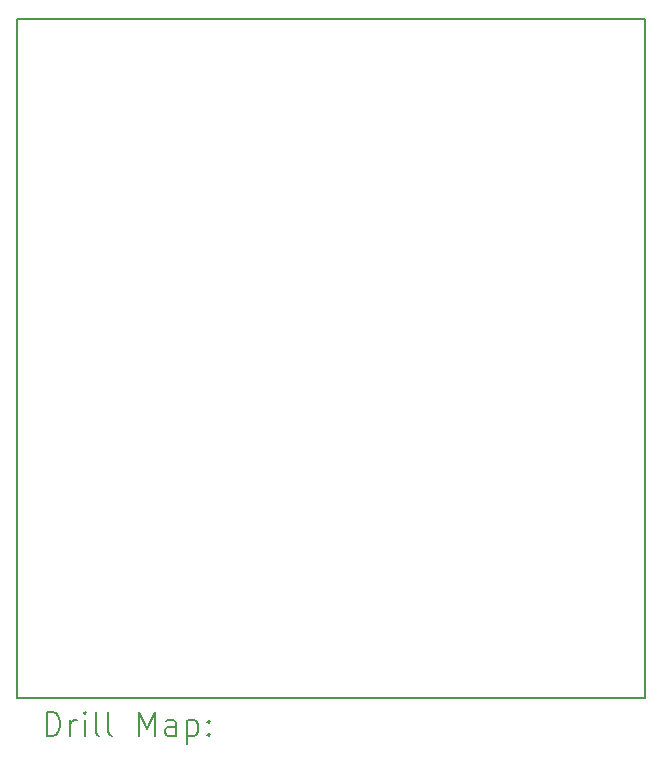
<source format=gbr>
%TF.GenerationSoftware,KiCad,Pcbnew,7.0.6*%
%TF.CreationDate,2024-10-13T07:30:52+02:00*%
%TF.ProjectId,KeybJr,4b657962-4a72-42e6-9b69-6361645f7063,rev?*%
%TF.SameCoordinates,Original*%
%TF.FileFunction,Drillmap*%
%TF.FilePolarity,Positive*%
%FSLAX45Y45*%
G04 Gerber Fmt 4.5, Leading zero omitted, Abs format (unit mm)*
G04 Created by KiCad (PCBNEW 7.0.6) date 2024-10-13 07:30:52*
%MOMM*%
%LPD*%
G01*
G04 APERTURE LIST*
%ADD10C,0.200000*%
G04 APERTURE END LIST*
D10*
X10008500Y-4296000D02*
X15325000Y-4296000D01*
X15325000Y-10040000D01*
X10008500Y-10040000D01*
X10008500Y-4296000D01*
X10259277Y-10361484D02*
X10259277Y-10161484D01*
X10259277Y-10161484D02*
X10306896Y-10161484D01*
X10306896Y-10161484D02*
X10335467Y-10171008D01*
X10335467Y-10171008D02*
X10354515Y-10190055D01*
X10354515Y-10190055D02*
X10364039Y-10209103D01*
X10364039Y-10209103D02*
X10373563Y-10247198D01*
X10373563Y-10247198D02*
X10373563Y-10275770D01*
X10373563Y-10275770D02*
X10364039Y-10313865D01*
X10364039Y-10313865D02*
X10354515Y-10332912D01*
X10354515Y-10332912D02*
X10335467Y-10351960D01*
X10335467Y-10351960D02*
X10306896Y-10361484D01*
X10306896Y-10361484D02*
X10259277Y-10361484D01*
X10459277Y-10361484D02*
X10459277Y-10228150D01*
X10459277Y-10266246D02*
X10468801Y-10247198D01*
X10468801Y-10247198D02*
X10478324Y-10237674D01*
X10478324Y-10237674D02*
X10497372Y-10228150D01*
X10497372Y-10228150D02*
X10516420Y-10228150D01*
X10583086Y-10361484D02*
X10583086Y-10228150D01*
X10583086Y-10161484D02*
X10573563Y-10171008D01*
X10573563Y-10171008D02*
X10583086Y-10180531D01*
X10583086Y-10180531D02*
X10592610Y-10171008D01*
X10592610Y-10171008D02*
X10583086Y-10161484D01*
X10583086Y-10161484D02*
X10583086Y-10180531D01*
X10706896Y-10361484D02*
X10687848Y-10351960D01*
X10687848Y-10351960D02*
X10678324Y-10332912D01*
X10678324Y-10332912D02*
X10678324Y-10161484D01*
X10811658Y-10361484D02*
X10792610Y-10351960D01*
X10792610Y-10351960D02*
X10783086Y-10332912D01*
X10783086Y-10332912D02*
X10783086Y-10161484D01*
X11040229Y-10361484D02*
X11040229Y-10161484D01*
X11040229Y-10161484D02*
X11106896Y-10304341D01*
X11106896Y-10304341D02*
X11173563Y-10161484D01*
X11173563Y-10161484D02*
X11173563Y-10361484D01*
X11354515Y-10361484D02*
X11354515Y-10256722D01*
X11354515Y-10256722D02*
X11344991Y-10237674D01*
X11344991Y-10237674D02*
X11325943Y-10228150D01*
X11325943Y-10228150D02*
X11287848Y-10228150D01*
X11287848Y-10228150D02*
X11268801Y-10237674D01*
X11354515Y-10351960D02*
X11335467Y-10361484D01*
X11335467Y-10361484D02*
X11287848Y-10361484D01*
X11287848Y-10361484D02*
X11268801Y-10351960D01*
X11268801Y-10351960D02*
X11259277Y-10332912D01*
X11259277Y-10332912D02*
X11259277Y-10313865D01*
X11259277Y-10313865D02*
X11268801Y-10294817D01*
X11268801Y-10294817D02*
X11287848Y-10285293D01*
X11287848Y-10285293D02*
X11335467Y-10285293D01*
X11335467Y-10285293D02*
X11354515Y-10275770D01*
X11449753Y-10228150D02*
X11449753Y-10428150D01*
X11449753Y-10237674D02*
X11468801Y-10228150D01*
X11468801Y-10228150D02*
X11506896Y-10228150D01*
X11506896Y-10228150D02*
X11525943Y-10237674D01*
X11525943Y-10237674D02*
X11535467Y-10247198D01*
X11535467Y-10247198D02*
X11544991Y-10266246D01*
X11544991Y-10266246D02*
X11544991Y-10323389D01*
X11544991Y-10323389D02*
X11535467Y-10342436D01*
X11535467Y-10342436D02*
X11525943Y-10351960D01*
X11525943Y-10351960D02*
X11506896Y-10361484D01*
X11506896Y-10361484D02*
X11468801Y-10361484D01*
X11468801Y-10361484D02*
X11449753Y-10351960D01*
X11630705Y-10342436D02*
X11640229Y-10351960D01*
X11640229Y-10351960D02*
X11630705Y-10361484D01*
X11630705Y-10361484D02*
X11621182Y-10351960D01*
X11621182Y-10351960D02*
X11630705Y-10342436D01*
X11630705Y-10342436D02*
X11630705Y-10361484D01*
X11630705Y-10237674D02*
X11640229Y-10247198D01*
X11640229Y-10247198D02*
X11630705Y-10256722D01*
X11630705Y-10256722D02*
X11621182Y-10247198D01*
X11621182Y-10247198D02*
X11630705Y-10237674D01*
X11630705Y-10237674D02*
X11630705Y-10256722D01*
M02*

</source>
